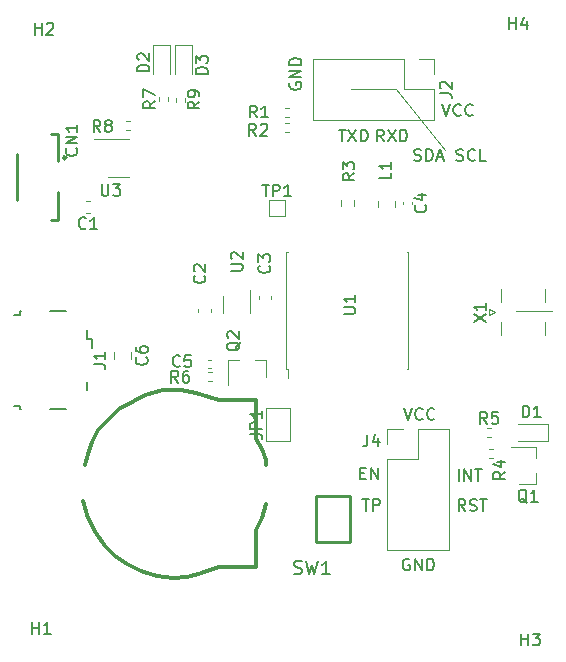
<source format=gbr>
%TF.GenerationSoftware,KiCad,Pcbnew,(5.1.10-1-10_14)*%
%TF.CreationDate,2021-07-28T23:22:07+08:00*%
%TF.ProjectId,maxm8q_board,6d61786d-3871-45f6-926f-6172642e6b69,rev?*%
%TF.SameCoordinates,Original*%
%TF.FileFunction,Legend,Top*%
%TF.FilePolarity,Positive*%
%FSLAX46Y46*%
G04 Gerber Fmt 4.6, Leading zero omitted, Abs format (unit mm)*
G04 Created by KiCad (PCBNEW (5.1.10-1-10_14)) date 2021-07-28 23:22:07*
%MOMM*%
%LPD*%
G01*
G04 APERTURE LIST*
%ADD10C,0.150000*%
%ADD11C,0.120000*%
%ADD12C,0.254000*%
%ADD13C,0.304800*%
%ADD14C,0.152400*%
G04 APERTURE END LIST*
D10*
X123850000Y-63691904D02*
X123802380Y-63787142D01*
X123802380Y-63930000D01*
X123850000Y-64072857D01*
X123945238Y-64168095D01*
X124040476Y-64215714D01*
X124230952Y-64263333D01*
X124373809Y-64263333D01*
X124564285Y-64215714D01*
X124659523Y-64168095D01*
X124754761Y-64072857D01*
X124802380Y-63930000D01*
X124802380Y-63834761D01*
X124754761Y-63691904D01*
X124707142Y-63644285D01*
X124373809Y-63644285D01*
X124373809Y-63834761D01*
X124802380Y-63215714D02*
X123802380Y-63215714D01*
X124802380Y-62644285D01*
X123802380Y-62644285D01*
X124802380Y-62168095D02*
X123802380Y-62168095D01*
X123802380Y-61930000D01*
X123850000Y-61787142D01*
X123945238Y-61691904D01*
X124040476Y-61644285D01*
X124230952Y-61596666D01*
X124373809Y-61596666D01*
X124564285Y-61644285D01*
X124659523Y-61691904D01*
X124754761Y-61787142D01*
X124802380Y-61930000D01*
X124802380Y-62168095D01*
X134363809Y-70244761D02*
X134506666Y-70292380D01*
X134744761Y-70292380D01*
X134840000Y-70244761D01*
X134887619Y-70197142D01*
X134935238Y-70101904D01*
X134935238Y-70006666D01*
X134887619Y-69911428D01*
X134840000Y-69863809D01*
X134744761Y-69816190D01*
X134554285Y-69768571D01*
X134459047Y-69720952D01*
X134411428Y-69673333D01*
X134363809Y-69578095D01*
X134363809Y-69482857D01*
X134411428Y-69387619D01*
X134459047Y-69340000D01*
X134554285Y-69292380D01*
X134792380Y-69292380D01*
X134935238Y-69340000D01*
X135363809Y-70292380D02*
X135363809Y-69292380D01*
X135601904Y-69292380D01*
X135744761Y-69340000D01*
X135840000Y-69435238D01*
X135887619Y-69530476D01*
X135935238Y-69720952D01*
X135935238Y-69863809D01*
X135887619Y-70054285D01*
X135840000Y-70149523D01*
X135744761Y-70244761D01*
X135601904Y-70292380D01*
X135363809Y-70292380D01*
X136316190Y-70006666D02*
X136792380Y-70006666D01*
X136220952Y-70292380D02*
X136554285Y-69292380D01*
X136887619Y-70292380D01*
X137935238Y-70244761D02*
X138078095Y-70292380D01*
X138316190Y-70292380D01*
X138411428Y-70244761D01*
X138459047Y-70197142D01*
X138506666Y-70101904D01*
X138506666Y-70006666D01*
X138459047Y-69911428D01*
X138411428Y-69863809D01*
X138316190Y-69816190D01*
X138125714Y-69768571D01*
X138030476Y-69720952D01*
X137982857Y-69673333D01*
X137935238Y-69578095D01*
X137935238Y-69482857D01*
X137982857Y-69387619D01*
X138030476Y-69340000D01*
X138125714Y-69292380D01*
X138363809Y-69292380D01*
X138506666Y-69340000D01*
X139506666Y-70197142D02*
X139459047Y-70244761D01*
X139316190Y-70292380D01*
X139220952Y-70292380D01*
X139078095Y-70244761D01*
X138982857Y-70149523D01*
X138935238Y-70054285D01*
X138887619Y-69863809D01*
X138887619Y-69720952D01*
X138935238Y-69530476D01*
X138982857Y-69435238D01*
X139078095Y-69340000D01*
X139220952Y-69292380D01*
X139316190Y-69292380D01*
X139459047Y-69340000D01*
X139506666Y-69387619D01*
X140411428Y-70292380D02*
X139935238Y-70292380D01*
X139935238Y-69292380D01*
D11*
X132840000Y-64220000D02*
X137010000Y-69360000D01*
X128990000Y-64200000D02*
X132840000Y-64220000D01*
D10*
X131783333Y-68652380D02*
X131450000Y-68176190D01*
X131211904Y-68652380D02*
X131211904Y-67652380D01*
X131592857Y-67652380D01*
X131688095Y-67700000D01*
X131735714Y-67747619D01*
X131783333Y-67842857D01*
X131783333Y-67985714D01*
X131735714Y-68080952D01*
X131688095Y-68128571D01*
X131592857Y-68176190D01*
X131211904Y-68176190D01*
X132116666Y-67652380D02*
X132783333Y-68652380D01*
X132783333Y-67652380D02*
X132116666Y-68652380D01*
X133164285Y-68652380D02*
X133164285Y-67652380D01*
X133402380Y-67652380D01*
X133545238Y-67700000D01*
X133640476Y-67795238D01*
X133688095Y-67890476D01*
X133735714Y-68080952D01*
X133735714Y-68223809D01*
X133688095Y-68414285D01*
X133640476Y-68509523D01*
X133545238Y-68604761D01*
X133402380Y-68652380D01*
X133164285Y-68652380D01*
X127988095Y-67652380D02*
X128559523Y-67652380D01*
X128273809Y-68652380D02*
X128273809Y-67652380D01*
X128797619Y-67652380D02*
X129464285Y-68652380D01*
X129464285Y-67652380D02*
X128797619Y-68652380D01*
X129845238Y-68652380D02*
X129845238Y-67652380D01*
X130083333Y-67652380D01*
X130226190Y-67700000D01*
X130321428Y-67795238D01*
X130369047Y-67890476D01*
X130416666Y-68080952D01*
X130416666Y-68223809D01*
X130369047Y-68414285D01*
X130321428Y-68509523D01*
X130226190Y-68604761D01*
X130083333Y-68652380D01*
X129845238Y-68652380D01*
X136736666Y-65482380D02*
X137070000Y-66482380D01*
X137403333Y-65482380D01*
X138308095Y-66387142D02*
X138260476Y-66434761D01*
X138117619Y-66482380D01*
X138022380Y-66482380D01*
X137879523Y-66434761D01*
X137784285Y-66339523D01*
X137736666Y-66244285D01*
X137689047Y-66053809D01*
X137689047Y-65910952D01*
X137736666Y-65720476D01*
X137784285Y-65625238D01*
X137879523Y-65530000D01*
X138022380Y-65482380D01*
X138117619Y-65482380D01*
X138260476Y-65530000D01*
X138308095Y-65577619D01*
X139308095Y-66387142D02*
X139260476Y-66434761D01*
X139117619Y-66482380D01*
X139022380Y-66482380D01*
X138879523Y-66434761D01*
X138784285Y-66339523D01*
X138736666Y-66244285D01*
X138689047Y-66053809D01*
X138689047Y-65910952D01*
X138736666Y-65720476D01*
X138784285Y-65625238D01*
X138879523Y-65530000D01*
X139022380Y-65482380D01*
X139117619Y-65482380D01*
X139260476Y-65530000D01*
X139308095Y-65577619D01*
X129801904Y-96738571D02*
X130135238Y-96738571D01*
X130278095Y-97262380D02*
X129801904Y-97262380D01*
X129801904Y-96262380D01*
X130278095Y-96262380D01*
X130706666Y-97262380D02*
X130706666Y-96262380D01*
X131278095Y-97262380D01*
X131278095Y-96262380D01*
X138125238Y-97412380D02*
X138125238Y-96412380D01*
X138601428Y-97412380D02*
X138601428Y-96412380D01*
X139172857Y-97412380D01*
X139172857Y-96412380D01*
X139506190Y-96412380D02*
X140077619Y-96412380D01*
X139791904Y-97412380D02*
X139791904Y-96412380D01*
X138692380Y-99932380D02*
X138359047Y-99456190D01*
X138120952Y-99932380D02*
X138120952Y-98932380D01*
X138501904Y-98932380D01*
X138597142Y-98980000D01*
X138644761Y-99027619D01*
X138692380Y-99122857D01*
X138692380Y-99265714D01*
X138644761Y-99360952D01*
X138597142Y-99408571D01*
X138501904Y-99456190D01*
X138120952Y-99456190D01*
X139073333Y-99884761D02*
X139216190Y-99932380D01*
X139454285Y-99932380D01*
X139549523Y-99884761D01*
X139597142Y-99837142D01*
X139644761Y-99741904D01*
X139644761Y-99646666D01*
X139597142Y-99551428D01*
X139549523Y-99503809D01*
X139454285Y-99456190D01*
X139263809Y-99408571D01*
X139168571Y-99360952D01*
X139120952Y-99313333D01*
X139073333Y-99218095D01*
X139073333Y-99122857D01*
X139120952Y-99027619D01*
X139168571Y-98980000D01*
X139263809Y-98932380D01*
X139501904Y-98932380D01*
X139644761Y-98980000D01*
X139930476Y-98932380D02*
X140501904Y-98932380D01*
X140216190Y-99932380D02*
X140216190Y-98932380D01*
X129984285Y-98912380D02*
X130555714Y-98912380D01*
X130270000Y-99912380D02*
X130270000Y-98912380D01*
X130889047Y-99912380D02*
X130889047Y-98912380D01*
X131270000Y-98912380D01*
X131365238Y-98960000D01*
X131412857Y-99007619D01*
X131460476Y-99102857D01*
X131460476Y-99245714D01*
X131412857Y-99340952D01*
X131365238Y-99388571D01*
X131270000Y-99436190D01*
X130889047Y-99436190D01*
X133496666Y-91212380D02*
X133830000Y-92212380D01*
X134163333Y-91212380D01*
X135068095Y-92117142D02*
X135020476Y-92164761D01*
X134877619Y-92212380D01*
X134782380Y-92212380D01*
X134639523Y-92164761D01*
X134544285Y-92069523D01*
X134496666Y-91974285D01*
X134449047Y-91783809D01*
X134449047Y-91640952D01*
X134496666Y-91450476D01*
X134544285Y-91355238D01*
X134639523Y-91260000D01*
X134782380Y-91212380D01*
X134877619Y-91212380D01*
X135020476Y-91260000D01*
X135068095Y-91307619D01*
X136068095Y-92117142D02*
X136020476Y-92164761D01*
X135877619Y-92212380D01*
X135782380Y-92212380D01*
X135639523Y-92164761D01*
X135544285Y-92069523D01*
X135496666Y-91974285D01*
X135449047Y-91783809D01*
X135449047Y-91640952D01*
X135496666Y-91450476D01*
X135544285Y-91355238D01*
X135639523Y-91260000D01*
X135782380Y-91212380D01*
X135877619Y-91212380D01*
X136020476Y-91260000D01*
X136068095Y-91307619D01*
X133948095Y-104020000D02*
X133852857Y-103972380D01*
X133710000Y-103972380D01*
X133567142Y-104020000D01*
X133471904Y-104115238D01*
X133424285Y-104210476D01*
X133376666Y-104400952D01*
X133376666Y-104543809D01*
X133424285Y-104734285D01*
X133471904Y-104829523D01*
X133567142Y-104924761D01*
X133710000Y-104972380D01*
X133805238Y-104972380D01*
X133948095Y-104924761D01*
X133995714Y-104877142D01*
X133995714Y-104543809D01*
X133805238Y-104543809D01*
X134424285Y-104972380D02*
X134424285Y-103972380D01*
X134995714Y-104972380D01*
X134995714Y-103972380D01*
X135471904Y-104972380D02*
X135471904Y-103972380D01*
X135710000Y-103972380D01*
X135852857Y-104020000D01*
X135948095Y-104115238D01*
X135995714Y-104210476D01*
X136043333Y-104400952D01*
X136043333Y-104543809D01*
X135995714Y-104734285D01*
X135948095Y-104829523D01*
X135852857Y-104924761D01*
X135710000Y-104972380D01*
X135471904Y-104972380D01*
D11*
X143000000Y-83000000D02*
X146000000Y-83000000D01*
%TO.C,X1*%
X141740000Y-82260000D02*
X141740000Y-81150000D01*
X141740000Y-85050000D02*
X141740000Y-83940000D01*
X145450000Y-82260000D02*
X145450000Y-81150000D01*
X145450000Y-85050000D02*
X145450000Y-83940000D01*
X141190000Y-83100000D02*
X140690000Y-82850000D01*
X140690000Y-82850000D02*
X140690000Y-83350000D01*
X140690000Y-83350000D02*
X141190000Y-83100000D01*
%TO.C,TP1*%
X122060000Y-73590000D02*
X123460000Y-73590000D01*
X123460000Y-73590000D02*
X123460000Y-74990000D01*
X123460000Y-74990000D02*
X122060000Y-74990000D01*
X122060000Y-74990000D02*
X122060000Y-73590000D01*
%TO.C,C6*%
X110385000Y-86508748D02*
X110385000Y-87031252D01*
X108915000Y-86508748D02*
X108915000Y-87031252D01*
%TO.C,R9*%
X114940000Y-64939879D02*
X114940000Y-65275121D01*
X114180000Y-64939879D02*
X114180000Y-65275121D01*
%TO.C,R8*%
X110277621Y-67660000D02*
X109942379Y-67660000D01*
X110277621Y-66900000D02*
X109942379Y-66900000D01*
%TO.C,R7*%
X112780000Y-65247621D02*
X112780000Y-64912379D01*
X113540000Y-65247621D02*
X113540000Y-64912379D01*
%TO.C,R6*%
X117207621Y-88940000D02*
X116872379Y-88940000D01*
X117207621Y-88180000D02*
X116872379Y-88180000D01*
%TO.C,R5*%
X140532379Y-92890000D02*
X140867621Y-92890000D01*
X140532379Y-93650000D02*
X140867621Y-93650000D01*
%TO.C,R4*%
X140722379Y-94720000D02*
X141057621Y-94720000D01*
X140722379Y-95480000D02*
X141057621Y-95480000D01*
%TO.C,R2*%
X123797621Y-67810000D02*
X123462379Y-67810000D01*
X123797621Y-67050000D02*
X123462379Y-67050000D01*
%TO.C,R1*%
X123757621Y-66600000D02*
X123422379Y-66600000D01*
X123757621Y-65840000D02*
X123422379Y-65840000D01*
%TO.C,C5*%
X117175835Y-87850000D02*
X116944165Y-87850000D01*
X117175835Y-87130000D02*
X116944165Y-87130000D01*
%TO.C,C4*%
X134140000Y-73744165D02*
X134140000Y-73975835D01*
X133420000Y-73744165D02*
X133420000Y-73975835D01*
%TO.C,J2*%
X125790000Y-61650000D02*
X125790000Y-66850000D01*
X133470000Y-61650000D02*
X125790000Y-61650000D01*
X136070000Y-66850000D02*
X125790000Y-66850000D01*
X133470000Y-61650000D02*
X133470000Y-64250000D01*
X133470000Y-64250000D02*
X136070000Y-64250000D01*
X136070000Y-64250000D02*
X136070000Y-66850000D01*
X134740000Y-61650000D02*
X136070000Y-61650000D01*
X136070000Y-61650000D02*
X136070000Y-62980000D01*
%TO.C,J4*%
X132100000Y-103250000D02*
X137300000Y-103250000D01*
X132100000Y-95570000D02*
X132100000Y-103250000D01*
X137300000Y-92970000D02*
X137300000Y-103250000D01*
X132100000Y-95570000D02*
X134700000Y-95570000D01*
X134700000Y-95570000D02*
X134700000Y-92970000D01*
X134700000Y-92970000D02*
X137300000Y-92970000D01*
X132100000Y-94300000D02*
X132100000Y-92970000D01*
X132100000Y-92970000D02*
X133430000Y-92970000D01*
D12*
%TO.C,SW1*%
X126040008Y-99774274D02*
X126040008Y-101474296D01*
X126050168Y-98680042D02*
X128950086Y-98680042D01*
X126050168Y-102579958D02*
X126050168Y-98680042D01*
X128950086Y-102579958D02*
X126050168Y-102579958D01*
X128950086Y-98680042D02*
X128950086Y-102579958D01*
D11*
%TO.C,U3*%
X110240000Y-68470000D02*
X107290000Y-68470000D01*
X108440000Y-71690000D02*
X110240000Y-71690000D01*
%TO.C,D3*%
X114095000Y-60490000D02*
X114095000Y-62950000D01*
X115565000Y-60490000D02*
X114095000Y-60490000D01*
X115565000Y-62950000D02*
X115565000Y-60490000D01*
%TO.C,D2*%
X112215000Y-60490000D02*
X112215000Y-62950000D01*
X113685000Y-60490000D02*
X112215000Y-60490000D01*
X113685000Y-62950000D02*
X113685000Y-60490000D01*
D12*
%TO.C,CN1*%
X104910289Y-70014959D02*
G75*
G03*
X104910289Y-70014959I-141478J0D01*
G01*
X104168355Y-75245835D02*
X104168355Y-72966007D01*
X103582326Y-75322975D02*
X104168355Y-75322975D01*
X100711390Y-69692633D02*
X100711390Y-73587316D01*
X104168355Y-68015191D02*
X103582326Y-68015191D01*
X104168355Y-70313917D02*
X104168355Y-68015191D01*
D10*
%TO.C,J1*%
X106660000Y-88980000D02*
X106660000Y-89705000D01*
X106660000Y-85380000D02*
X106660000Y-84655000D01*
X107085000Y-85380000D02*
X106660000Y-85380000D01*
X107085000Y-86105000D02*
X107085000Y-85380000D01*
X103510000Y-91330000D02*
X104910000Y-91330000D01*
X100960000Y-91330000D02*
X101110000Y-91330000D01*
X100960000Y-91030000D02*
X100960000Y-91330000D01*
X100510000Y-91030000D02*
X100960000Y-91030000D01*
X100960000Y-83330000D02*
X100510000Y-83330000D01*
X100960000Y-83030000D02*
X100960000Y-83330000D01*
X101110000Y-83030000D02*
X100960000Y-83030000D01*
X104910000Y-83030000D02*
X103510000Y-83030000D01*
D11*
%TO.C,JP1*%
X123840000Y-94020000D02*
X121840000Y-94020000D01*
X123840000Y-91220000D02*
X123840000Y-94020000D01*
X121840000Y-91220000D02*
X123840000Y-91220000D01*
X121840000Y-94020000D02*
X121840000Y-91220000D01*
D13*
%TO.C,B1*%
X115910000Y-89910000D02*
X117810000Y-90510000D01*
X116310000Y-105210000D02*
X117810000Y-104710000D01*
X121510000Y-100510000D02*
X121810000Y-99310000D01*
X121010000Y-101510000D02*
X121510000Y-100510000D01*
X121010000Y-104710000D02*
X121010000Y-101510000D01*
X121810000Y-95610000D02*
X121810000Y-96010000D01*
X121510000Y-94710000D02*
X121810000Y-95610000D01*
X121010000Y-93810000D02*
X121510000Y-94710000D01*
X121010000Y-90510000D02*
X121010000Y-93810000D01*
X117860000Y-104710000D02*
X121010000Y-104710000D01*
X117860000Y-90510000D02*
X121010000Y-90510000D01*
X115110000Y-105510000D02*
X116410000Y-105210000D01*
X113910000Y-105610000D02*
X115110000Y-105510000D01*
X112610000Y-105410000D02*
X113910000Y-105610000D01*
X111210000Y-105010000D02*
X112610000Y-105410000D01*
X110010000Y-104410000D02*
X111210000Y-105010000D01*
X109010000Y-103710000D02*
X110010000Y-104410000D01*
X108210000Y-102910000D02*
X109010000Y-103710000D01*
X107410000Y-101810000D02*
X108210000Y-102910000D01*
X106710000Y-100510000D02*
X107410000Y-101810000D01*
X106310000Y-99110000D02*
X106710000Y-100510000D01*
X114610000Y-89710000D02*
X115910000Y-89910000D01*
X113110000Y-89710000D02*
X114610000Y-89710000D01*
X111610000Y-90110000D02*
X113110000Y-89710000D01*
X110610000Y-90610000D02*
X111610000Y-90110000D01*
X109410000Y-91310000D02*
X110610000Y-90610000D01*
X108510000Y-92110000D02*
X109410000Y-91310000D01*
X107610000Y-93110000D02*
X108510000Y-92110000D01*
X107110000Y-94110000D02*
X107610000Y-93110000D01*
X106710000Y-95110000D02*
X107110000Y-94110000D01*
X106510000Y-96010000D02*
X106710000Y-95110000D01*
D11*
%TO.C,Q2*%
X121790000Y-87120000D02*
X121790000Y-88580000D01*
X118630000Y-87120000D02*
X118630000Y-89280000D01*
X118630000Y-87120000D02*
X119560000Y-87120000D01*
X121790000Y-87120000D02*
X120860000Y-87120000D01*
%TO.C,C3*%
X122220000Y-81723733D02*
X122220000Y-82016267D01*
X121200000Y-81723733D02*
X121200000Y-82016267D01*
%TO.C,C2*%
X117120000Y-82793733D02*
X117120000Y-83086267D01*
X116100000Y-82793733D02*
X116100000Y-83086267D01*
%TO.C,C1*%
X106876267Y-74700000D02*
X106583733Y-74700000D01*
X106876267Y-73680000D02*
X106583733Y-73680000D01*
%TO.C,Q1*%
X144710000Y-97670000D02*
X144710000Y-96740000D01*
X144710000Y-94510000D02*
X144710000Y-95440000D01*
X144710000Y-94510000D02*
X142550000Y-94510000D01*
X144710000Y-97670000D02*
X143250000Y-97670000D01*
%TO.C,D1*%
X143190000Y-94035000D02*
X145650000Y-94035000D01*
X145650000Y-94035000D02*
X145650000Y-92565000D01*
X145650000Y-92565000D02*
X143190000Y-92565000D01*
%TO.C,U2*%
X120490000Y-83160000D02*
X120490000Y-81260000D01*
X118170000Y-81760000D02*
X118170000Y-83160000D01*
%TO.C,R3*%
X128187500Y-74114724D02*
X128187500Y-73605276D01*
X129232500Y-74114724D02*
X129232500Y-73605276D01*
%TO.C,L1*%
X131300000Y-74231252D02*
X131300000Y-73708748D01*
X132720000Y-74231252D02*
X132720000Y-73708748D01*
%TO.C,U1*%
X123550000Y-87950000D02*
X123550000Y-78030000D01*
X133870000Y-87950000D02*
X133870000Y-78030000D01*
X133720000Y-78030000D02*
X133870000Y-78030000D01*
X133720000Y-87950000D02*
X133870000Y-87950000D01*
X123550000Y-78030000D02*
X123700000Y-78030000D01*
X123550000Y-87950000D02*
X123700000Y-87950000D01*
X123700000Y-88640000D02*
X123700000Y-87950000D01*
%TO.C,X1*%
D10*
X139402380Y-83909523D02*
X140402380Y-83242857D01*
X139402380Y-83242857D02*
X140402380Y-83909523D01*
X140402380Y-82338095D02*
X140402380Y-82909523D01*
X140402380Y-82623809D02*
X139402380Y-82623809D01*
X139545238Y-82719047D01*
X139640476Y-82814285D01*
X139688095Y-82909523D01*
%TO.C,TP1*%
X121498095Y-72294380D02*
X122069523Y-72294380D01*
X121783809Y-73294380D02*
X121783809Y-72294380D01*
X122402857Y-73294380D02*
X122402857Y-72294380D01*
X122783809Y-72294380D01*
X122879047Y-72342000D01*
X122926666Y-72389619D01*
X122974285Y-72484857D01*
X122974285Y-72627714D01*
X122926666Y-72722952D01*
X122879047Y-72770571D01*
X122783809Y-72818190D01*
X122402857Y-72818190D01*
X123926666Y-73294380D02*
X123355238Y-73294380D01*
X123640952Y-73294380D02*
X123640952Y-72294380D01*
X123545714Y-72437238D01*
X123450476Y-72532476D01*
X123355238Y-72580095D01*
%TO.C,C6*%
X111687142Y-86936666D02*
X111734761Y-86984285D01*
X111782380Y-87127142D01*
X111782380Y-87222380D01*
X111734761Y-87365238D01*
X111639523Y-87460476D01*
X111544285Y-87508095D01*
X111353809Y-87555714D01*
X111210952Y-87555714D01*
X111020476Y-87508095D01*
X110925238Y-87460476D01*
X110830000Y-87365238D01*
X110782380Y-87222380D01*
X110782380Y-87127142D01*
X110830000Y-86984285D01*
X110877619Y-86936666D01*
X110782380Y-86079523D02*
X110782380Y-86270000D01*
X110830000Y-86365238D01*
X110877619Y-86412857D01*
X111020476Y-86508095D01*
X111210952Y-86555714D01*
X111591904Y-86555714D01*
X111687142Y-86508095D01*
X111734761Y-86460476D01*
X111782380Y-86365238D01*
X111782380Y-86174761D01*
X111734761Y-86079523D01*
X111687142Y-86031904D01*
X111591904Y-85984285D01*
X111353809Y-85984285D01*
X111258571Y-86031904D01*
X111210952Y-86079523D01*
X111163333Y-86174761D01*
X111163333Y-86365238D01*
X111210952Y-86460476D01*
X111258571Y-86508095D01*
X111353809Y-86555714D01*
%TO.C,R9*%
X116182380Y-65274166D02*
X115706190Y-65607500D01*
X116182380Y-65845595D02*
X115182380Y-65845595D01*
X115182380Y-65464642D01*
X115230000Y-65369404D01*
X115277619Y-65321785D01*
X115372857Y-65274166D01*
X115515714Y-65274166D01*
X115610952Y-65321785D01*
X115658571Y-65369404D01*
X115706190Y-65464642D01*
X115706190Y-65845595D01*
X116182380Y-64797976D02*
X116182380Y-64607500D01*
X116134761Y-64512261D01*
X116087142Y-64464642D01*
X115944285Y-64369404D01*
X115753809Y-64321785D01*
X115372857Y-64321785D01*
X115277619Y-64369404D01*
X115230000Y-64417023D01*
X115182380Y-64512261D01*
X115182380Y-64702738D01*
X115230000Y-64797976D01*
X115277619Y-64845595D01*
X115372857Y-64893214D01*
X115610952Y-64893214D01*
X115706190Y-64845595D01*
X115753809Y-64797976D01*
X115801428Y-64702738D01*
X115801428Y-64512261D01*
X115753809Y-64417023D01*
X115706190Y-64369404D01*
X115610952Y-64321785D01*
%TO.C,R8*%
X107793333Y-67832380D02*
X107460000Y-67356190D01*
X107221904Y-67832380D02*
X107221904Y-66832380D01*
X107602857Y-66832380D01*
X107698095Y-66880000D01*
X107745714Y-66927619D01*
X107793333Y-67022857D01*
X107793333Y-67165714D01*
X107745714Y-67260952D01*
X107698095Y-67308571D01*
X107602857Y-67356190D01*
X107221904Y-67356190D01*
X108364761Y-67260952D02*
X108269523Y-67213333D01*
X108221904Y-67165714D01*
X108174285Y-67070476D01*
X108174285Y-67022857D01*
X108221904Y-66927619D01*
X108269523Y-66880000D01*
X108364761Y-66832380D01*
X108555238Y-66832380D01*
X108650476Y-66880000D01*
X108698095Y-66927619D01*
X108745714Y-67022857D01*
X108745714Y-67070476D01*
X108698095Y-67165714D01*
X108650476Y-67213333D01*
X108555238Y-67260952D01*
X108364761Y-67260952D01*
X108269523Y-67308571D01*
X108221904Y-67356190D01*
X108174285Y-67451428D01*
X108174285Y-67641904D01*
X108221904Y-67737142D01*
X108269523Y-67784761D01*
X108364761Y-67832380D01*
X108555238Y-67832380D01*
X108650476Y-67784761D01*
X108698095Y-67737142D01*
X108745714Y-67641904D01*
X108745714Y-67451428D01*
X108698095Y-67356190D01*
X108650476Y-67308571D01*
X108555238Y-67260952D01*
%TO.C,R7*%
X112442380Y-65246666D02*
X111966190Y-65580000D01*
X112442380Y-65818095D02*
X111442380Y-65818095D01*
X111442380Y-65437142D01*
X111490000Y-65341904D01*
X111537619Y-65294285D01*
X111632857Y-65246666D01*
X111775714Y-65246666D01*
X111870952Y-65294285D01*
X111918571Y-65341904D01*
X111966190Y-65437142D01*
X111966190Y-65818095D01*
X111442380Y-64913333D02*
X111442380Y-64246666D01*
X112442380Y-64675238D01*
%TO.C,R6*%
X114373333Y-89062380D02*
X114040000Y-88586190D01*
X113801904Y-89062380D02*
X113801904Y-88062380D01*
X114182857Y-88062380D01*
X114278095Y-88110000D01*
X114325714Y-88157619D01*
X114373333Y-88252857D01*
X114373333Y-88395714D01*
X114325714Y-88490952D01*
X114278095Y-88538571D01*
X114182857Y-88586190D01*
X113801904Y-88586190D01*
X115230476Y-88062380D02*
X115040000Y-88062380D01*
X114944761Y-88110000D01*
X114897142Y-88157619D01*
X114801904Y-88300476D01*
X114754285Y-88490952D01*
X114754285Y-88871904D01*
X114801904Y-88967142D01*
X114849523Y-89014761D01*
X114944761Y-89062380D01*
X115135238Y-89062380D01*
X115230476Y-89014761D01*
X115278095Y-88967142D01*
X115325714Y-88871904D01*
X115325714Y-88633809D01*
X115278095Y-88538571D01*
X115230476Y-88490952D01*
X115135238Y-88443333D01*
X114944761Y-88443333D01*
X114849523Y-88490952D01*
X114801904Y-88538571D01*
X114754285Y-88633809D01*
%TO.C,R5*%
X140533333Y-92552380D02*
X140200000Y-92076190D01*
X139961904Y-92552380D02*
X139961904Y-91552380D01*
X140342857Y-91552380D01*
X140438095Y-91600000D01*
X140485714Y-91647619D01*
X140533333Y-91742857D01*
X140533333Y-91885714D01*
X140485714Y-91980952D01*
X140438095Y-92028571D01*
X140342857Y-92076190D01*
X139961904Y-92076190D01*
X141438095Y-91552380D02*
X140961904Y-91552380D01*
X140914285Y-92028571D01*
X140961904Y-91980952D01*
X141057142Y-91933333D01*
X141295238Y-91933333D01*
X141390476Y-91980952D01*
X141438095Y-92028571D01*
X141485714Y-92123809D01*
X141485714Y-92361904D01*
X141438095Y-92457142D01*
X141390476Y-92504761D01*
X141295238Y-92552380D01*
X141057142Y-92552380D01*
X140961904Y-92504761D01*
X140914285Y-92457142D01*
%TO.C,R4*%
X142062380Y-96616666D02*
X141586190Y-96950000D01*
X142062380Y-97188095D02*
X141062380Y-97188095D01*
X141062380Y-96807142D01*
X141110000Y-96711904D01*
X141157619Y-96664285D01*
X141252857Y-96616666D01*
X141395714Y-96616666D01*
X141490952Y-96664285D01*
X141538571Y-96711904D01*
X141586190Y-96807142D01*
X141586190Y-97188095D01*
X141395714Y-95759523D02*
X142062380Y-95759523D01*
X141014761Y-95997619D02*
X141729047Y-96235714D01*
X141729047Y-95616666D01*
%TO.C,R2*%
X120973333Y-68152380D02*
X120640000Y-67676190D01*
X120401904Y-68152380D02*
X120401904Y-67152380D01*
X120782857Y-67152380D01*
X120878095Y-67200000D01*
X120925714Y-67247619D01*
X120973333Y-67342857D01*
X120973333Y-67485714D01*
X120925714Y-67580952D01*
X120878095Y-67628571D01*
X120782857Y-67676190D01*
X120401904Y-67676190D01*
X121354285Y-67247619D02*
X121401904Y-67200000D01*
X121497142Y-67152380D01*
X121735238Y-67152380D01*
X121830476Y-67200000D01*
X121878095Y-67247619D01*
X121925714Y-67342857D01*
X121925714Y-67438095D01*
X121878095Y-67580952D01*
X121306666Y-68152380D01*
X121925714Y-68152380D01*
%TO.C,R1*%
X121033333Y-66612380D02*
X120700000Y-66136190D01*
X120461904Y-66612380D02*
X120461904Y-65612380D01*
X120842857Y-65612380D01*
X120938095Y-65660000D01*
X120985714Y-65707619D01*
X121033333Y-65802857D01*
X121033333Y-65945714D01*
X120985714Y-66040952D01*
X120938095Y-66088571D01*
X120842857Y-66136190D01*
X120461904Y-66136190D01*
X121985714Y-66612380D02*
X121414285Y-66612380D01*
X121700000Y-66612380D02*
X121700000Y-65612380D01*
X121604761Y-65755238D01*
X121509523Y-65850476D01*
X121414285Y-65898095D01*
%TO.C,C5*%
X114533333Y-87637142D02*
X114485714Y-87684761D01*
X114342857Y-87732380D01*
X114247619Y-87732380D01*
X114104761Y-87684761D01*
X114009523Y-87589523D01*
X113961904Y-87494285D01*
X113914285Y-87303809D01*
X113914285Y-87160952D01*
X113961904Y-86970476D01*
X114009523Y-86875238D01*
X114104761Y-86780000D01*
X114247619Y-86732380D01*
X114342857Y-86732380D01*
X114485714Y-86780000D01*
X114533333Y-86827619D01*
X115438095Y-86732380D02*
X114961904Y-86732380D01*
X114914285Y-87208571D01*
X114961904Y-87160952D01*
X115057142Y-87113333D01*
X115295238Y-87113333D01*
X115390476Y-87160952D01*
X115438095Y-87208571D01*
X115485714Y-87303809D01*
X115485714Y-87541904D01*
X115438095Y-87637142D01*
X115390476Y-87684761D01*
X115295238Y-87732380D01*
X115057142Y-87732380D01*
X114961904Y-87684761D01*
X114914285Y-87637142D01*
%TO.C,C4*%
X135297142Y-74026666D02*
X135344761Y-74074285D01*
X135392380Y-74217142D01*
X135392380Y-74312380D01*
X135344761Y-74455238D01*
X135249523Y-74550476D01*
X135154285Y-74598095D01*
X134963809Y-74645714D01*
X134820952Y-74645714D01*
X134630476Y-74598095D01*
X134535238Y-74550476D01*
X134440000Y-74455238D01*
X134392380Y-74312380D01*
X134392380Y-74217142D01*
X134440000Y-74074285D01*
X134487619Y-74026666D01*
X134725714Y-73169523D02*
X135392380Y-73169523D01*
X134344761Y-73407619D02*
X135059047Y-73645714D01*
X135059047Y-73026666D01*
%TO.C,H4*%
X142398095Y-59132380D02*
X142398095Y-58132380D01*
X142398095Y-58608571D02*
X142969523Y-58608571D01*
X142969523Y-59132380D02*
X142969523Y-58132380D01*
X143874285Y-58465714D02*
X143874285Y-59132380D01*
X143636190Y-58084761D02*
X143398095Y-58799047D01*
X144017142Y-58799047D01*
%TO.C,H3*%
X143438095Y-111312380D02*
X143438095Y-110312380D01*
X143438095Y-110788571D02*
X144009523Y-110788571D01*
X144009523Y-111312380D02*
X144009523Y-110312380D01*
X144390476Y-110312380D02*
X145009523Y-110312380D01*
X144676190Y-110693333D01*
X144819047Y-110693333D01*
X144914285Y-110740952D01*
X144961904Y-110788571D01*
X145009523Y-110883809D01*
X145009523Y-111121904D01*
X144961904Y-111217142D01*
X144914285Y-111264761D01*
X144819047Y-111312380D01*
X144533333Y-111312380D01*
X144438095Y-111264761D01*
X144390476Y-111217142D01*
%TO.C,H2*%
X102238095Y-59602380D02*
X102238095Y-58602380D01*
X102238095Y-59078571D02*
X102809523Y-59078571D01*
X102809523Y-59602380D02*
X102809523Y-58602380D01*
X103238095Y-58697619D02*
X103285714Y-58650000D01*
X103380952Y-58602380D01*
X103619047Y-58602380D01*
X103714285Y-58650000D01*
X103761904Y-58697619D01*
X103809523Y-58792857D01*
X103809523Y-58888095D01*
X103761904Y-59030952D01*
X103190476Y-59602380D01*
X103809523Y-59602380D01*
%TO.C,H1*%
X102008095Y-110342380D02*
X102008095Y-109342380D01*
X102008095Y-109818571D02*
X102579523Y-109818571D01*
X102579523Y-110342380D02*
X102579523Y-109342380D01*
X103579523Y-110342380D02*
X103008095Y-110342380D01*
X103293809Y-110342380D02*
X103293809Y-109342380D01*
X103198571Y-109485238D01*
X103103333Y-109580476D01*
X103008095Y-109628095D01*
%TO.C,J2*%
X136522380Y-64583333D02*
X137236666Y-64583333D01*
X137379523Y-64630952D01*
X137474761Y-64726190D01*
X137522380Y-64869047D01*
X137522380Y-64964285D01*
X136617619Y-64154761D02*
X136570000Y-64107142D01*
X136522380Y-64011904D01*
X136522380Y-63773809D01*
X136570000Y-63678571D01*
X136617619Y-63630952D01*
X136712857Y-63583333D01*
X136808095Y-63583333D01*
X136950952Y-63630952D01*
X137522380Y-64202380D01*
X137522380Y-63583333D01*
%TO.C,J4*%
X130406666Y-93462380D02*
X130406666Y-94176666D01*
X130359047Y-94319523D01*
X130263809Y-94414761D01*
X130120952Y-94462380D01*
X130025714Y-94462380D01*
X131311428Y-93795714D02*
X131311428Y-94462380D01*
X131073333Y-93414761D02*
X130835238Y-94129047D01*
X131454285Y-94129047D01*
%TO.C,SW1*%
D14*
X124175225Y-105232642D02*
X124338511Y-105287071D01*
X124610654Y-105287071D01*
X124719511Y-105232642D01*
X124773940Y-105178214D01*
X124828368Y-105069357D01*
X124828368Y-104960500D01*
X124773940Y-104851642D01*
X124719511Y-104797214D01*
X124610654Y-104742785D01*
X124392940Y-104688357D01*
X124284082Y-104633928D01*
X124229654Y-104579500D01*
X124175225Y-104470642D01*
X124175225Y-104361785D01*
X124229654Y-104252928D01*
X124284082Y-104198500D01*
X124392940Y-104144071D01*
X124665082Y-104144071D01*
X124828368Y-104198500D01*
X125209368Y-104144071D02*
X125481511Y-105287071D01*
X125699225Y-104470642D01*
X125916940Y-105287071D01*
X126189082Y-104144071D01*
X127223225Y-105287071D02*
X126570082Y-105287071D01*
X126896654Y-105287071D02*
X126896654Y-104144071D01*
X126787797Y-104307357D01*
X126678940Y-104416214D01*
X126570082Y-104470642D01*
%TO.C,U3*%
D10*
X107898095Y-72242380D02*
X107898095Y-73051904D01*
X107945714Y-73147142D01*
X107993333Y-73194761D01*
X108088571Y-73242380D01*
X108279047Y-73242380D01*
X108374285Y-73194761D01*
X108421904Y-73147142D01*
X108469523Y-73051904D01*
X108469523Y-72242380D01*
X108850476Y-72242380D02*
X109469523Y-72242380D01*
X109136190Y-72623333D01*
X109279047Y-72623333D01*
X109374285Y-72670952D01*
X109421904Y-72718571D01*
X109469523Y-72813809D01*
X109469523Y-73051904D01*
X109421904Y-73147142D01*
X109374285Y-73194761D01*
X109279047Y-73242380D01*
X108993333Y-73242380D01*
X108898095Y-73194761D01*
X108850476Y-73147142D01*
%TO.C,D3*%
X116872380Y-62918095D02*
X115872380Y-62918095D01*
X115872380Y-62680000D01*
X115920000Y-62537142D01*
X116015238Y-62441904D01*
X116110476Y-62394285D01*
X116300952Y-62346666D01*
X116443809Y-62346666D01*
X116634285Y-62394285D01*
X116729523Y-62441904D01*
X116824761Y-62537142D01*
X116872380Y-62680000D01*
X116872380Y-62918095D01*
X115872380Y-62013333D02*
X115872380Y-61394285D01*
X116253333Y-61727619D01*
X116253333Y-61584761D01*
X116300952Y-61489523D01*
X116348571Y-61441904D01*
X116443809Y-61394285D01*
X116681904Y-61394285D01*
X116777142Y-61441904D01*
X116824761Y-61489523D01*
X116872380Y-61584761D01*
X116872380Y-61870476D01*
X116824761Y-61965714D01*
X116777142Y-62013333D01*
%TO.C,D2*%
X111932380Y-62708095D02*
X110932380Y-62708095D01*
X110932380Y-62470000D01*
X110980000Y-62327142D01*
X111075238Y-62231904D01*
X111170476Y-62184285D01*
X111360952Y-62136666D01*
X111503809Y-62136666D01*
X111694285Y-62184285D01*
X111789523Y-62231904D01*
X111884761Y-62327142D01*
X111932380Y-62470000D01*
X111932380Y-62708095D01*
X111027619Y-61755714D02*
X110980000Y-61708095D01*
X110932380Y-61612857D01*
X110932380Y-61374761D01*
X110980000Y-61279523D01*
X111027619Y-61231904D01*
X111122857Y-61184285D01*
X111218095Y-61184285D01*
X111360952Y-61231904D01*
X111932380Y-61803333D01*
X111932380Y-61184285D01*
%TO.C,CN1*%
X105747142Y-69240476D02*
X105794761Y-69288095D01*
X105842380Y-69430952D01*
X105842380Y-69526190D01*
X105794761Y-69669047D01*
X105699523Y-69764285D01*
X105604285Y-69811904D01*
X105413809Y-69859523D01*
X105270952Y-69859523D01*
X105080476Y-69811904D01*
X104985238Y-69764285D01*
X104890000Y-69669047D01*
X104842380Y-69526190D01*
X104842380Y-69430952D01*
X104890000Y-69288095D01*
X104937619Y-69240476D01*
X105842380Y-68811904D02*
X104842380Y-68811904D01*
X105842380Y-68240476D01*
X104842380Y-68240476D01*
X105842380Y-67240476D02*
X105842380Y-67811904D01*
X105842380Y-67526190D02*
X104842380Y-67526190D01*
X104985238Y-67621428D01*
X105080476Y-67716666D01*
X105128095Y-67811904D01*
%TO.C,J1*%
X107212380Y-87513333D02*
X107926666Y-87513333D01*
X108069523Y-87560952D01*
X108164761Y-87656190D01*
X108212380Y-87799047D01*
X108212380Y-87894285D01*
X108212380Y-86513333D02*
X108212380Y-87084761D01*
X108212380Y-86799047D02*
X107212380Y-86799047D01*
X107355238Y-86894285D01*
X107450476Y-86989523D01*
X107498095Y-87084761D01*
%TO.C,JP1*%
X120492380Y-93453333D02*
X121206666Y-93453333D01*
X121349523Y-93500952D01*
X121444761Y-93596190D01*
X121492380Y-93739047D01*
X121492380Y-93834285D01*
X121492380Y-92977142D02*
X120492380Y-92977142D01*
X120492380Y-92596190D01*
X120540000Y-92500952D01*
X120587619Y-92453333D01*
X120682857Y-92405714D01*
X120825714Y-92405714D01*
X120920952Y-92453333D01*
X120968571Y-92500952D01*
X121016190Y-92596190D01*
X121016190Y-92977142D01*
X121492380Y-91453333D02*
X121492380Y-92024761D01*
X121492380Y-91739047D02*
X120492380Y-91739047D01*
X120635238Y-91834285D01*
X120730476Y-91929523D01*
X120778095Y-92024761D01*
%TO.C,Q2*%
X119627619Y-85625238D02*
X119580000Y-85720476D01*
X119484761Y-85815714D01*
X119341904Y-85958571D01*
X119294285Y-86053809D01*
X119294285Y-86149047D01*
X119532380Y-86101428D02*
X119484761Y-86196666D01*
X119389523Y-86291904D01*
X119199047Y-86339523D01*
X118865714Y-86339523D01*
X118675238Y-86291904D01*
X118580000Y-86196666D01*
X118532380Y-86101428D01*
X118532380Y-85910952D01*
X118580000Y-85815714D01*
X118675238Y-85720476D01*
X118865714Y-85672857D01*
X119199047Y-85672857D01*
X119389523Y-85720476D01*
X119484761Y-85815714D01*
X119532380Y-85910952D01*
X119532380Y-86101428D01*
X118627619Y-85291904D02*
X118580000Y-85244285D01*
X118532380Y-85149047D01*
X118532380Y-84910952D01*
X118580000Y-84815714D01*
X118627619Y-84768095D01*
X118722857Y-84720476D01*
X118818095Y-84720476D01*
X118960952Y-84768095D01*
X119532380Y-85339523D01*
X119532380Y-84720476D01*
%TO.C,C3*%
X122077142Y-79156666D02*
X122124761Y-79204285D01*
X122172380Y-79347142D01*
X122172380Y-79442380D01*
X122124761Y-79585238D01*
X122029523Y-79680476D01*
X121934285Y-79728095D01*
X121743809Y-79775714D01*
X121600952Y-79775714D01*
X121410476Y-79728095D01*
X121315238Y-79680476D01*
X121220000Y-79585238D01*
X121172380Y-79442380D01*
X121172380Y-79347142D01*
X121220000Y-79204285D01*
X121267619Y-79156666D01*
X121172380Y-78823333D02*
X121172380Y-78204285D01*
X121553333Y-78537619D01*
X121553333Y-78394761D01*
X121600952Y-78299523D01*
X121648571Y-78251904D01*
X121743809Y-78204285D01*
X121981904Y-78204285D01*
X122077142Y-78251904D01*
X122124761Y-78299523D01*
X122172380Y-78394761D01*
X122172380Y-78680476D01*
X122124761Y-78775714D01*
X122077142Y-78823333D01*
%TO.C,C2*%
X116587142Y-80016666D02*
X116634761Y-80064285D01*
X116682380Y-80207142D01*
X116682380Y-80302380D01*
X116634761Y-80445238D01*
X116539523Y-80540476D01*
X116444285Y-80588095D01*
X116253809Y-80635714D01*
X116110952Y-80635714D01*
X115920476Y-80588095D01*
X115825238Y-80540476D01*
X115730000Y-80445238D01*
X115682380Y-80302380D01*
X115682380Y-80207142D01*
X115730000Y-80064285D01*
X115777619Y-80016666D01*
X115777619Y-79635714D02*
X115730000Y-79588095D01*
X115682380Y-79492857D01*
X115682380Y-79254761D01*
X115730000Y-79159523D01*
X115777619Y-79111904D01*
X115872857Y-79064285D01*
X115968095Y-79064285D01*
X116110952Y-79111904D01*
X116682380Y-79683333D01*
X116682380Y-79064285D01*
%TO.C,C1*%
X106563333Y-75977142D02*
X106515714Y-76024761D01*
X106372857Y-76072380D01*
X106277619Y-76072380D01*
X106134761Y-76024761D01*
X106039523Y-75929523D01*
X105991904Y-75834285D01*
X105944285Y-75643809D01*
X105944285Y-75500952D01*
X105991904Y-75310476D01*
X106039523Y-75215238D01*
X106134761Y-75120000D01*
X106277619Y-75072380D01*
X106372857Y-75072380D01*
X106515714Y-75120000D01*
X106563333Y-75167619D01*
X107515714Y-76072380D02*
X106944285Y-76072380D01*
X107230000Y-76072380D02*
X107230000Y-75072380D01*
X107134761Y-75215238D01*
X107039523Y-75310476D01*
X106944285Y-75358095D01*
%TO.C,Q1*%
X143914761Y-99237619D02*
X143819523Y-99190000D01*
X143724285Y-99094761D01*
X143581428Y-98951904D01*
X143486190Y-98904285D01*
X143390952Y-98904285D01*
X143438571Y-99142380D02*
X143343333Y-99094761D01*
X143248095Y-98999523D01*
X143200476Y-98809047D01*
X143200476Y-98475714D01*
X143248095Y-98285238D01*
X143343333Y-98190000D01*
X143438571Y-98142380D01*
X143629047Y-98142380D01*
X143724285Y-98190000D01*
X143819523Y-98285238D01*
X143867142Y-98475714D01*
X143867142Y-98809047D01*
X143819523Y-98999523D01*
X143724285Y-99094761D01*
X143629047Y-99142380D01*
X143438571Y-99142380D01*
X144819523Y-99142380D02*
X144248095Y-99142380D01*
X144533809Y-99142380D02*
X144533809Y-98142380D01*
X144438571Y-98285238D01*
X144343333Y-98380476D01*
X144248095Y-98428095D01*
%TO.C,D1*%
X143551904Y-92012380D02*
X143551904Y-91012380D01*
X143790000Y-91012380D01*
X143932857Y-91060000D01*
X144028095Y-91155238D01*
X144075714Y-91250476D01*
X144123333Y-91440952D01*
X144123333Y-91583809D01*
X144075714Y-91774285D01*
X144028095Y-91869523D01*
X143932857Y-91964761D01*
X143790000Y-92012380D01*
X143551904Y-92012380D01*
X145075714Y-92012380D02*
X144504285Y-92012380D01*
X144790000Y-92012380D02*
X144790000Y-91012380D01*
X144694761Y-91155238D01*
X144599523Y-91250476D01*
X144504285Y-91298095D01*
%TO.C,U2*%
X118842380Y-79581904D02*
X119651904Y-79581904D01*
X119747142Y-79534285D01*
X119794761Y-79486666D01*
X119842380Y-79391428D01*
X119842380Y-79200952D01*
X119794761Y-79105714D01*
X119747142Y-79058095D01*
X119651904Y-79010476D01*
X118842380Y-79010476D01*
X118937619Y-78581904D02*
X118890000Y-78534285D01*
X118842380Y-78439047D01*
X118842380Y-78200952D01*
X118890000Y-78105714D01*
X118937619Y-78058095D01*
X119032857Y-78010476D01*
X119128095Y-78010476D01*
X119270952Y-78058095D01*
X119842380Y-78629523D01*
X119842380Y-78010476D01*
%TO.C,R3*%
X129302380Y-71356666D02*
X128826190Y-71690000D01*
X129302380Y-71928095D02*
X128302380Y-71928095D01*
X128302380Y-71547142D01*
X128350000Y-71451904D01*
X128397619Y-71404285D01*
X128492857Y-71356666D01*
X128635714Y-71356666D01*
X128730952Y-71404285D01*
X128778571Y-71451904D01*
X128826190Y-71547142D01*
X128826190Y-71928095D01*
X128302380Y-71023333D02*
X128302380Y-70404285D01*
X128683333Y-70737619D01*
X128683333Y-70594761D01*
X128730952Y-70499523D01*
X128778571Y-70451904D01*
X128873809Y-70404285D01*
X129111904Y-70404285D01*
X129207142Y-70451904D01*
X129254761Y-70499523D01*
X129302380Y-70594761D01*
X129302380Y-70880476D01*
X129254761Y-70975714D01*
X129207142Y-71023333D01*
%TO.C,L1*%
X132412380Y-71286666D02*
X132412380Y-71762857D01*
X131412380Y-71762857D01*
X132412380Y-70429523D02*
X132412380Y-71000952D01*
X132412380Y-70715238D02*
X131412380Y-70715238D01*
X131555238Y-70810476D01*
X131650476Y-70905714D01*
X131698095Y-71000952D01*
%TO.C,U1*%
X128382380Y-83241904D02*
X129191904Y-83241904D01*
X129287142Y-83194285D01*
X129334761Y-83146666D01*
X129382380Y-83051428D01*
X129382380Y-82860952D01*
X129334761Y-82765714D01*
X129287142Y-82718095D01*
X129191904Y-82670476D01*
X128382380Y-82670476D01*
X129382380Y-81670476D02*
X129382380Y-82241904D01*
X129382380Y-81956190D02*
X128382380Y-81956190D01*
X128525238Y-82051428D01*
X128620476Y-82146666D01*
X128668095Y-82241904D01*
%TD*%
M02*

</source>
